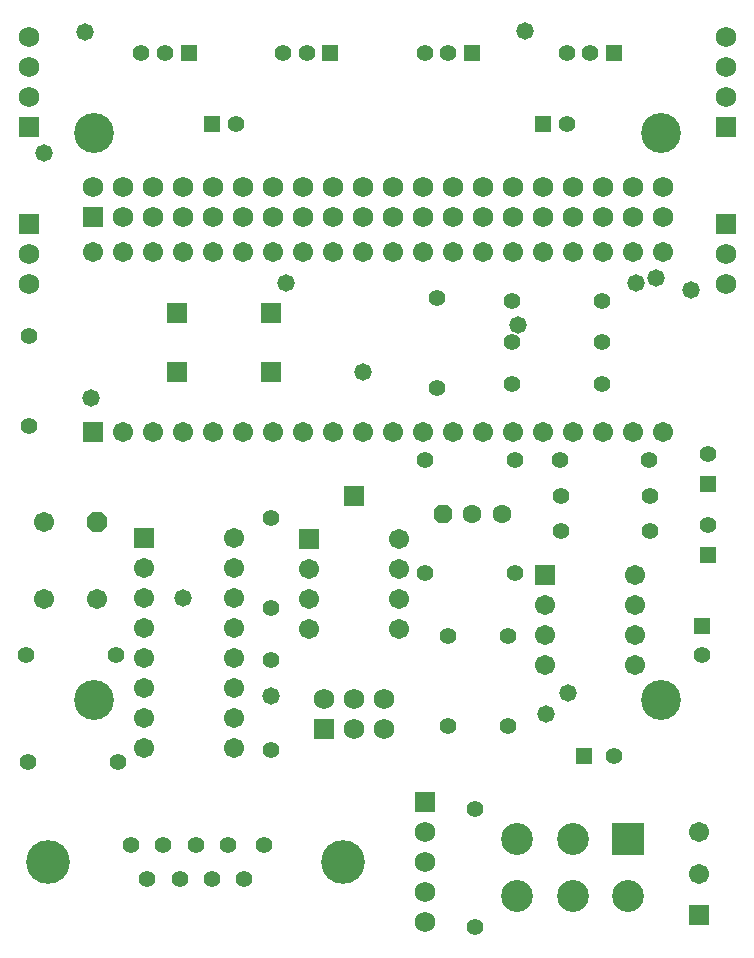
<source format=gbs>
G04 CAMtasticDXP RS274-X Output*
G04 Serial Number: 0000-00-00000*
G04 File Name:C:\UA\SALbot\Gerber files\SALbot_test\sal.gbs *
%FSLAX33Y33*%
%MOMM*%
%SFA1B1*%

%IPPOS*%
%AMD346*
4,1,8,-0.332740,0.802640,-0.802640,0.332740,-0.802640,-0.332740,-0.332740,-0.802640,0.332740,-0.802640,0.802640,-0.332740,0.802640,0.332740,0.332740,0.802640,-0.332740,0.802640,0.0*
%
%AMD347*
4,1,8,-0.850900,-0.353060,-0.353060,-0.850900,0.353060,-0.850900,0.850900,-0.353060,0.850900,0.353060,0.353060,0.850900,-0.353060,0.850900,-0.850900,0.353060,-0.850900,-0.353060,0.0*
%
%ADD330C,1.727197*%
%ADD331R,1.727197X1.727197*%
%ADD332R,1.727197X1.727197*%
%ADD333C,1.403197*%
%ADD334C,3.378193*%
%ADD335R,1.703197X1.703197*%
%ADD336C,1.703197*%
%ADD337R,1.403197X1.403197*%
%ADD338R,1.703197X1.703197*%
%ADD339C,1.703197*%
%ADD340C,2.703195*%
%ADD341R,2.703195X2.703195*%
%ADD342C,3.703193*%
%ADD343R,1.403197X1.403197*%
%ADD344R,1.703197X1.703197*%
%ADD345C,1.603197*%
G04~CAMADD=346~4~0.0~0.0~631.2~631.2~0.0~184.9~0~0.0~0.0~0.0~0.0~0~0.0~0.0~0.0~0.0~0~0.0~0.0~0.0~45.0~632.0~632.0*
%ADD346D346*%
G04~CAMADD=347~4~0.0~0.0~670.5~670.5~0.0~196.4~0~0.0~0.0~0.0~0.0~0~0.0~0.0~0.0~0.0~0~0.0~0.0~0.0~135.0~670.0~670.0*
%ADD347D347*%
%ADD348C,1.473197*%
G54D330*
X26461Y20271D03*
X29001D03*
Y17731D03*
X31541D03*
Y20271D03*
X35001Y9041D03*
Y6501D03*
Y3961D03*
Y1421D03*
X60501Y55461D03*
Y58001D03*
X55131Y63671D03*
X52591D03*
Y61131D03*
X55131D03*
X50051Y63671D03*
Y61131D03*
X47511Y63671D03*
Y61131D03*
X44971Y63671D03*
Y61131D03*
X42431Y63671D03*
X39891D03*
Y61131D03*
X42431D03*
X37351Y63671D03*
Y61131D03*
X34811Y63671D03*
Y61131D03*
X32271Y63671D03*
Y61131D03*
X29731Y63671D03*
X27191D03*
Y61131D03*
X29731D03*
X24651Y63671D03*
Y61131D03*
X22111Y63671D03*
Y61131D03*
X19571Y63671D03*
X17031D03*
Y61131D03*
X19571D03*
X14491Y63671D03*
Y61131D03*
X11951Y63671D03*
Y61131D03*
X9411Y63671D03*
Y61131D03*
X6871Y63671D03*
X1501Y58001D03*
Y55461D03*
Y71231D03*
Y73771D03*
Y76311D03*
X60501Y71231D03*
Y73771D03*
Y76311D03*
G54D331*
X35001Y11581D03*
X60501Y60541D03*
Y68691D03*
X1501D03*
Y60541D03*
G54D332*
X26461Y17731D03*
X6871Y61131D03*
G54D333*
X1401Y15001D03*
X9001D03*
X8851Y24001D03*
X1251D03*
X10121Y7921D03*
X12861D03*
X11491Y5081D03*
X14231D03*
X16971D03*
X15601Y7921D03*
X18341D03*
X19711Y5081D03*
X21381Y7921D03*
X22001Y16001D03*
Y23601D03*
Y28001D03*
Y35601D03*
X35001Y31001D03*
X37001Y25601D03*
X42001D03*
X37001Y18001D03*
X42001D03*
X39251Y11001D03*
Y1001D03*
X51001Y15501D03*
X58501Y24001D03*
X59001Y35001D03*
Y41001D03*
X54001Y40501D03*
X54101Y37501D03*
Y34501D03*
X46401Y40501D03*
X46501Y37501D03*
Y34501D03*
X42601Y40501D03*
X42401Y47001D03*
Y50501D03*
Y54001D03*
X36001Y54251D03*
Y46651D03*
X35001Y40501D03*
X42601Y31001D03*
X50001Y47001D03*
Y50501D03*
Y54001D03*
X47001Y69001D03*
Y75001D03*
X49001D03*
X37001D03*
X35001D03*
X25001D03*
X23001D03*
X19001Y69001D03*
X13001Y75001D03*
X11001D03*
X1501Y51001D03*
Y43401D03*
G54D334*
X7001Y20201D03*
X55001D03*
Y68201D03*
X7001D03*
G54D335*
X6871Y42881D03*
X58251Y2001D03*
G54D336*
X7251Y28751D03*
X2751D03*
Y35251D03*
X9411Y42881D03*
X11951D03*
X14491D03*
X17031D03*
X19571D03*
X22111D03*
X24651D03*
X27191D03*
X29731D03*
X32271D03*
X34811D03*
X37351D03*
X39891D03*
X42431D03*
X44971D03*
X47511D03*
X50051D03*
X52591D03*
X55131D03*
Y58121D03*
X52591D03*
X50051D03*
X47511D03*
X44971D03*
X42431D03*
X39891D03*
X37351D03*
X34811D03*
X32271D03*
X29731D03*
X27191D03*
X24651D03*
X22111D03*
X19571D03*
X17031D03*
X14491D03*
X11951D03*
X9411D03*
X6871D03*
X25191Y31271D03*
Y28731D03*
Y26191D03*
X32811D03*
Y28731D03*
Y31271D03*
Y33811D03*
X58251Y9001D03*
Y5501D03*
G54D337*
X58501Y26501D03*
X59001Y32461D03*
Y38461D03*
G54D338*
X11191Y33891D03*
X45191Y30811D03*
G54D339*
X11191Y16111D03*
Y18651D03*
Y21191D03*
Y23731D03*
Y26271D03*
Y28811D03*
Y31351D03*
X18811Y26271D03*
Y23731D03*
Y21191D03*
Y18651D03*
Y16111D03*
Y28811D03*
Y31351D03*
Y33891D03*
X45191Y23191D03*
Y25731D03*
Y28271D03*
X52811Y23191D03*
Y25731D03*
Y28271D03*
Y30811D03*
G54D340*
X42801Y3586D03*
X47501D03*
X52201D03*
X47501Y8416D03*
X42801D03*
G54D341*
X52201Y8416D03*
G54D342*
X3101Y6501D03*
X28101D03*
G54D343*
X48501Y15501D03*
X45001Y69001D03*
X51001Y75001D03*
X39001D03*
X27001D03*
X15001D03*
X17001Y69001D03*
G54D344*
X25191Y33811D03*
X29001Y37501D03*
X22001Y48001D03*
Y53001D03*
X14001D03*
Y48001D03*
G54D345*
X39001Y36001D03*
X41501D03*
G54D346*
X36501Y36001D03*
G54D347*
X7251Y35251D03*
G54D348*
X14513Y28811D03*
X22001Y20573D03*
X45251Y18994D03*
X47077Y20827D03*
X29731Y47961D03*
X23251Y55501D03*
X6751Y45751D03*
X2751Y66501D03*
X6251Y76751D03*
X42910Y51988D03*
X52918Y55519D03*
X54544Y55951D03*
X57541Y54944D03*
X43501Y76830D03*
M02*
</source>
